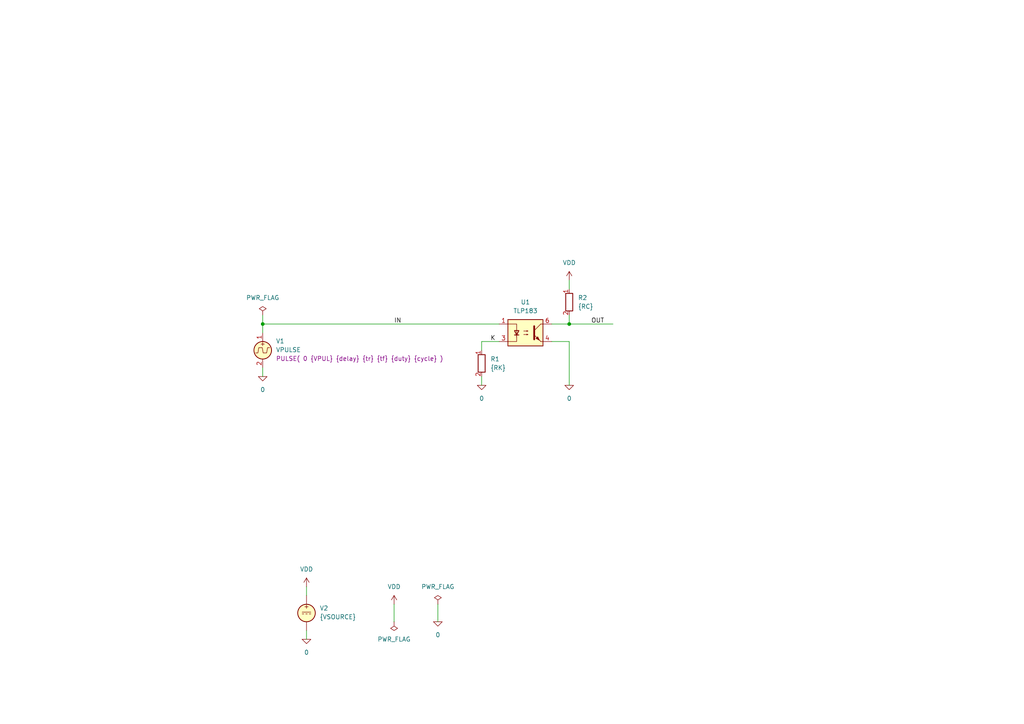
<source format=kicad_sch>
(kicad_sch
	(version 20250114)
	(generator "eeschema")
	(generator_version "9.0")
	(uuid "fceab6e9-b3bc-4093-8eeb-f90c3232250a")
	(paper "A4")
	(title_block
		(title "Optocoupler Transistor, 80V, 0.05A")
		(date "2025-07-04")
		(rev "1")
		(company "astroelectronic@")
		(comment 1 "-")
		(comment 2 "-")
		(comment 3 "-")
		(comment 4 "AE01009183")
	)
	(lib_symbols
		(symbol "TLP183:0"
			(power)
			(pin_names
				(offset 0)
			)
			(exclude_from_sim no)
			(in_bom yes)
			(on_board yes)
			(property "Reference" "#GND"
				(at 0 -2.54 0)
				(effects
					(font
						(size 1.27 1.27)
					)
					(hide yes)
				)
			)
			(property "Value" "0"
				(at 0 -1.778 0)
				(effects
					(font
						(size 1.27 1.27)
					)
				)
			)
			(property "Footprint" ""
				(at 0 0 0)
				(effects
					(font
						(size 1.27 1.27)
					)
					(hide yes)
				)
			)
			(property "Datasheet" "~"
				(at 0 0 0)
				(effects
					(font
						(size 1.27 1.27)
					)
					(hide yes)
				)
			)
			(property "Description" "0V reference potential for simulation"
				(at 0 0 0)
				(effects
					(font
						(size 1.27 1.27)
					)
					(hide yes)
				)
			)
			(property "ki_keywords" "simulation"
				(at 0 0 0)
				(effects
					(font
						(size 1.27 1.27)
					)
					(hide yes)
				)
			)
			(symbol "0_0_1"
				(polyline
					(pts
						(xy -1.27 0) (xy 0 -1.27) (xy 1.27 0) (xy -1.27 0)
					)
					(stroke
						(width 0)
						(type default)
					)
					(fill
						(type none)
					)
				)
			)
			(symbol "0_1_1"
				(pin power_in line
					(at 0 0 0)
					(length 0)
					(hide yes)
					(name "0"
						(effects
							(font
								(size 1.016 1.016)
							)
						)
					)
					(number "1"
						(effects
							(font
								(size 1.016 1.016)
							)
						)
					)
				)
			)
			(embedded_fonts no)
		)
		(symbol "TLP183:PWR_FLAG"
			(power)
			(pin_numbers
				(hide yes)
			)
			(pin_names
				(offset 0)
				(hide yes)
			)
			(exclude_from_sim no)
			(in_bom yes)
			(on_board yes)
			(property "Reference" "#FLG"
				(at 0 1.905 0)
				(effects
					(font
						(size 1.27 1.27)
					)
					(hide yes)
				)
			)
			(property "Value" "PWR_FLAG"
				(at 0 3.81 0)
				(effects
					(font
						(size 1.27 1.27)
					)
				)
			)
			(property "Footprint" ""
				(at 0 0 0)
				(effects
					(font
						(size 1.27 1.27)
					)
					(hide yes)
				)
			)
			(property "Datasheet" "~"
				(at 0 0 0)
				(effects
					(font
						(size 1.27 1.27)
					)
					(hide yes)
				)
			)
			(property "Description" "Special symbol for telling ERC where power comes from"
				(at 0 0 0)
				(effects
					(font
						(size 1.27 1.27)
					)
					(hide yes)
				)
			)
			(property "ki_keywords" "flag power"
				(at 0 0 0)
				(effects
					(font
						(size 1.27 1.27)
					)
					(hide yes)
				)
			)
			(symbol "PWR_FLAG_0_0"
				(pin power_out line
					(at 0 0 90)
					(length 0)
					(name "pwr"
						(effects
							(font
								(size 1.27 1.27)
							)
						)
					)
					(number "1"
						(effects
							(font
								(size 1.27 1.27)
							)
						)
					)
				)
			)
			(symbol "PWR_FLAG_0_1"
				(polyline
					(pts
						(xy 0 0) (xy 0 1.27) (xy -1.016 1.905) (xy 0 2.54) (xy 1.016 1.905) (xy 0 1.27)
					)
					(stroke
						(width 0)
						(type default)
					)
					(fill
						(type none)
					)
				)
			)
			(embedded_fonts no)
		)
		(symbol "TLP183:R"
			(pin_names
				(offset 0)
				(hide yes)
			)
			(exclude_from_sim no)
			(in_bom yes)
			(on_board yes)
			(property "Reference" "R"
				(at 2.032 0 90)
				(effects
					(font
						(size 1.27 1.27)
					)
				)
			)
			(property "Value" "R"
				(at 0 0 90)
				(effects
					(font
						(size 1.27 1.27)
					)
				)
			)
			(property "Footprint" ""
				(at -1.778 0 90)
				(effects
					(font
						(size 1.27 1.27)
					)
					(hide yes)
				)
			)
			(property "Datasheet" "~"
				(at 0 0 0)
				(effects
					(font
						(size 1.27 1.27)
					)
					(hide yes)
				)
			)
			(property "Description" "Resistor"
				(at 0 0 0)
				(effects
					(font
						(size 1.27 1.27)
					)
					(hide yes)
				)
			)
			(property "ki_keywords" "R res resistor"
				(at 0 0 0)
				(effects
					(font
						(size 1.27 1.27)
					)
					(hide yes)
				)
			)
			(property "ki_fp_filters" "R_*"
				(at 0 0 0)
				(effects
					(font
						(size 1.27 1.27)
					)
					(hide yes)
				)
			)
			(symbol "R_0_1"
				(rectangle
					(start -1.016 -2.54)
					(end 1.016 2.54)
					(stroke
						(width 0.254)
						(type default)
					)
					(fill
						(type none)
					)
				)
			)
			(symbol "R_1_1"
				(pin passive line
					(at 0 3.81 270)
					(length 1.27)
					(name "~"
						(effects
							(font
								(size 1.27 1.27)
							)
						)
					)
					(number "1"
						(effects
							(font
								(size 1.27 1.27)
							)
						)
					)
				)
				(pin passive line
					(at 0 -3.81 90)
					(length 1.27)
					(name "~"
						(effects
							(font
								(size 1.27 1.27)
							)
						)
					)
					(number "2"
						(effects
							(font
								(size 1.27 1.27)
							)
						)
					)
				)
			)
			(embedded_fonts no)
		)
		(symbol "TLP183:TLP183"
			(exclude_from_sim no)
			(in_bom yes)
			(on_board yes)
			(property "Reference" "U"
				(at -5.08 5.08 0)
				(effects
					(font
						(size 1.27 1.27)
					)
					(justify left)
				)
			)
			(property "Value" "TLP183"
				(at 0 5.08 0)
				(effects
					(font
						(size 1.27 1.27)
					)
					(justify left)
				)
			)
			(property "Footprint" ""
				(at -5.08 -5.08 0)
				(effects
					(font
						(size 1.27 1.27)
					)
					(justify left)
					(hide yes)
				)
			)
			(property "Datasheet" "~"
				(at 0 0 0)
				(effects
					(font
						(size 1.27 1.27)
					)
					(justify left)
					(hide yes)
				)
			)
			(property "Description" ""
				(at 0 0 0)
				(effects
					(font
						(size 1.27 1.27)
					)
					(hide yes)
				)
			)
			(property "ki_fp_filters" "SOIC*4.55x2.6mm*P1.27mm*"
				(at 0 0 0)
				(effects
					(font
						(size 1.27 1.27)
					)
					(hide yes)
				)
			)
			(symbol "TLP183_0_1"
				(rectangle
					(start -5.08 3.81)
					(end 5.08 -3.81)
					(stroke
						(width 0.254)
						(type default)
					)
					(fill
						(type background)
					)
				)
				(polyline
					(pts
						(xy -5.08 2.54) (xy -2.54 2.54) (xy -2.54 -1.27) (xy -2.54 0.635)
					)
					(stroke
						(width 0)
						(type default)
					)
					(fill
						(type none)
					)
				)
				(polyline
					(pts
						(xy -3.175 -0.635) (xy -1.905 -0.635)
					)
					(stroke
						(width 0.254)
						(type default)
					)
					(fill
						(type none)
					)
				)
				(polyline
					(pts
						(xy -2.54 -0.635) (xy -2.54 -2.54) (xy -5.08 -2.54)
					)
					(stroke
						(width 0)
						(type default)
					)
					(fill
						(type none)
					)
				)
				(polyline
					(pts
						(xy -2.54 -0.635) (xy -3.175 0.635) (xy -1.905 0.635) (xy -2.54 -0.635)
					)
					(stroke
						(width 0.254)
						(type default)
					)
					(fill
						(type none)
					)
				)
				(polyline
					(pts
						(xy -0.508 0.508) (xy 0.762 0.508) (xy 0.381 0.381) (xy 0.381 0.635) (xy 0.762 0.508)
					)
					(stroke
						(width 0)
						(type default)
					)
					(fill
						(type none)
					)
				)
				(polyline
					(pts
						(xy -0.508 -0.508) (xy 0.762 -0.508) (xy 0.381 -0.635) (xy 0.381 -0.381) (xy 0.762 -0.508)
					)
					(stroke
						(width 0)
						(type default)
					)
					(fill
						(type none)
					)
				)
				(polyline
					(pts
						(xy 2.54 1.905) (xy 2.54 -1.905) (xy 2.54 -1.905)
					)
					(stroke
						(width 0.508)
						(type default)
					)
					(fill
						(type none)
					)
				)
				(polyline
					(pts
						(xy 2.54 0.635) (xy 4.445 2.54)
					)
					(stroke
						(width 0)
						(type default)
					)
					(fill
						(type none)
					)
				)
				(polyline
					(pts
						(xy 3.048 -1.651) (xy 3.556 -1.143) (xy 4.064 -2.159) (xy 3.048 -1.651) (xy 3.048 -1.651)
					)
					(stroke
						(width 0)
						(type default)
					)
					(fill
						(type outline)
					)
				)
				(polyline
					(pts
						(xy 4.445 2.54) (xy 5.08 2.54)
					)
					(stroke
						(width 0)
						(type default)
					)
					(fill
						(type none)
					)
				)
				(polyline
					(pts
						(xy 4.445 -2.54) (xy 2.54 -0.635)
					)
					(stroke
						(width 0)
						(type default)
					)
					(fill
						(type outline)
					)
				)
				(polyline
					(pts
						(xy 4.445 -2.54) (xy 5.08 -2.54)
					)
					(stroke
						(width 0)
						(type default)
					)
					(fill
						(type none)
					)
				)
			)
			(symbol "TLP183_1_1"
				(pin passive line
					(at -7.62 2.54 0)
					(length 2.54)
					(name "~"
						(effects
							(font
								(size 1.27 1.27)
							)
						)
					)
					(number "1"
						(effects
							(font
								(size 1.27 1.27)
							)
						)
					)
				)
				(pin passive line
					(at -7.62 -2.54 0)
					(length 2.54)
					(name "~"
						(effects
							(font
								(size 1.27 1.27)
							)
						)
					)
					(number "3"
						(effects
							(font
								(size 1.27 1.27)
							)
						)
					)
				)
				(pin passive line
					(at 7.62 2.54 180)
					(length 2.54)
					(name "~"
						(effects
							(font
								(size 1.27 1.27)
							)
						)
					)
					(number "6"
						(effects
							(font
								(size 1.27 1.27)
							)
						)
					)
				)
				(pin passive line
					(at 7.62 -2.54 180)
					(length 2.54)
					(name "~"
						(effects
							(font
								(size 1.27 1.27)
							)
						)
					)
					(number "4"
						(effects
							(font
								(size 1.27 1.27)
							)
						)
					)
				)
			)
			(embedded_fonts no)
		)
		(symbol "TLP183:VDC"
			(pin_numbers
				(hide yes)
			)
			(pin_names
				(offset 0.0254)
			)
			(exclude_from_sim no)
			(in_bom yes)
			(on_board yes)
			(property "Reference" "V"
				(at 2.54 2.54 0)
				(effects
					(font
						(size 1.27 1.27)
					)
					(justify left)
				)
			)
			(property "Value" "1"
				(at 2.54 0 0)
				(effects
					(font
						(size 1.27 1.27)
					)
					(justify left)
				)
			)
			(property "Footprint" ""
				(at 0 0 0)
				(effects
					(font
						(size 1.27 1.27)
					)
					(hide yes)
				)
			)
			(property "Datasheet" "~"
				(at 0 0 0)
				(effects
					(font
						(size 1.27 1.27)
					)
					(hide yes)
				)
			)
			(property "Description" "Voltage source, DC"
				(at 0 0 0)
				(effects
					(font
						(size 1.27 1.27)
					)
					(hide yes)
				)
			)
			(property "Sim.Pins" "1=+ 2=-"
				(at 0 0 0)
				(effects
					(font
						(size 1.27 1.27)
					)
					(hide yes)
				)
			)
			(property "Sim.Type" "DC"
				(at 0 0 0)
				(effects
					(font
						(size 1.27 1.27)
					)
					(hide yes)
				)
			)
			(property "Sim.Device" "V"
				(at 0 0 0)
				(effects
					(font
						(size 1.27 1.27)
					)
					(justify left)
					(hide yes)
				)
			)
			(property "Spice_Netlist_Enabled" "Y"
				(at 0 0 0)
				(effects
					(font
						(size 1.27 1.27)
					)
					(justify left)
					(hide yes)
				)
			)
			(property "ki_keywords" "simulation"
				(at 0 0 0)
				(effects
					(font
						(size 1.27 1.27)
					)
					(hide yes)
				)
			)
			(symbol "VDC_0_0"
				(polyline
					(pts
						(xy -1.27 0.254) (xy 1.27 0.254)
					)
					(stroke
						(width 0)
						(type default)
					)
					(fill
						(type none)
					)
				)
				(polyline
					(pts
						(xy -0.762 -0.254) (xy -1.27 -0.254)
					)
					(stroke
						(width 0)
						(type default)
					)
					(fill
						(type none)
					)
				)
				(polyline
					(pts
						(xy 0.254 -0.254) (xy -0.254 -0.254)
					)
					(stroke
						(width 0)
						(type default)
					)
					(fill
						(type none)
					)
				)
				(polyline
					(pts
						(xy 1.27 -0.254) (xy 0.762 -0.254)
					)
					(stroke
						(width 0)
						(type default)
					)
					(fill
						(type none)
					)
				)
				(text "+"
					(at 0 1.905 0)
					(effects
						(font
							(size 1.27 1.27)
						)
					)
				)
			)
			(symbol "VDC_0_1"
				(circle
					(center 0 0)
					(radius 2.54)
					(stroke
						(width 0.254)
						(type default)
					)
					(fill
						(type background)
					)
				)
			)
			(symbol "VDC_1_1"
				(pin passive line
					(at 0 5.08 270)
					(length 2.54)
					(name "~"
						(effects
							(font
								(size 1.27 1.27)
							)
						)
					)
					(number "1"
						(effects
							(font
								(size 1.27 1.27)
							)
						)
					)
				)
				(pin passive line
					(at 0 -5.08 90)
					(length 2.54)
					(name "~"
						(effects
							(font
								(size 1.27 1.27)
							)
						)
					)
					(number "2"
						(effects
							(font
								(size 1.27 1.27)
							)
						)
					)
				)
			)
			(embedded_fonts no)
		)
		(symbol "TLP183:VDD"
			(power)
			(pin_names
				(offset 0)
			)
			(exclude_from_sim no)
			(in_bom yes)
			(on_board yes)
			(property "Reference" "#PWR"
				(at 0 -3.81 0)
				(effects
					(font
						(size 1.27 1.27)
					)
					(hide yes)
				)
			)
			(property "Value" "VDD"
				(at 0 3.81 0)
				(effects
					(font
						(size 1.27 1.27)
					)
				)
			)
			(property "Footprint" ""
				(at 0 0 0)
				(effects
					(font
						(size 1.27 1.27)
					)
					(hide yes)
				)
			)
			(property "Datasheet" ""
				(at 0 0 0)
				(effects
					(font
						(size 1.27 1.27)
					)
					(hide yes)
				)
			)
			(property "Description" "Power symbol creates a global label with name \"VDD\""
				(at 0 0 0)
				(effects
					(font
						(size 1.27 1.27)
					)
					(hide yes)
				)
			)
			(property "ki_keywords" "global power"
				(at 0 0 0)
				(effects
					(font
						(size 1.27 1.27)
					)
					(hide yes)
				)
			)
			(symbol "VDD_0_1"
				(polyline
					(pts
						(xy -0.762 1.27) (xy 0 2.54)
					)
					(stroke
						(width 0)
						(type default)
					)
					(fill
						(type none)
					)
				)
				(polyline
					(pts
						(xy 0 2.54) (xy 0.762 1.27)
					)
					(stroke
						(width 0)
						(type default)
					)
					(fill
						(type none)
					)
				)
				(polyline
					(pts
						(xy 0 0) (xy 0 2.54)
					)
					(stroke
						(width 0)
						(type default)
					)
					(fill
						(type none)
					)
				)
			)
			(symbol "VDD_1_1"
				(pin power_in line
					(at 0 0 90)
					(length 0)
					(hide yes)
					(name "VDD"
						(effects
							(font
								(size 1.27 1.27)
							)
						)
					)
					(number "1"
						(effects
							(font
								(size 1.27 1.27)
							)
						)
					)
				)
			)
			(embedded_fonts no)
		)
		(symbol "TLP183:VPULSE"
			(pin_names
				(offset 0.0254)
				(hide yes)
			)
			(exclude_from_sim no)
			(in_bom yes)
			(on_board yes)
			(property "Reference" "V"
				(at 2.54 2.54 0)
				(effects
					(font
						(size 1.27 1.27)
					)
					(justify left)
				)
			)
			(property "Value" "VPULSE"
				(at 2.54 0 0)
				(effects
					(font
						(size 1.27 1.27)
					)
					(justify left)
				)
			)
			(property "Footprint" ""
				(at 0 0 0)
				(effects
					(font
						(size 1.27 1.27)
					)
					(hide yes)
				)
			)
			(property "Datasheet" "~"
				(at 0 0 0)
				(effects
					(font
						(size 1.27 1.27)
					)
					(hide yes)
				)
			)
			(property "Description" "Voltage source, pulse"
				(at 0 0 0)
				(effects
					(font
						(size 1.27 1.27)
					)
					(hide yes)
				)
			)
			(property "Sim.Pins" "1=+ 2=-"
				(at 0 0 0)
				(effects
					(font
						(size 1.27 1.27)
					)
					(hide yes)
				)
			)
			(property "Sim.Type" "PULSE"
				(at 0 0 0)
				(effects
					(font
						(size 1.27 1.27)
					)
					(hide yes)
				)
			)
			(property "Sim.Device" "V"
				(at 0 0 0)
				(effects
					(font
						(size 1.27 1.27)
					)
					(justify left)
					(hide yes)
				)
			)
			(property "Sim.Params" "y1=0 y2=1 td=2n tr=2n tf=2n tw=50n per=100n"
				(at 2.54 -2.54 0)
				(effects
					(font
						(size 1.27 1.27)
					)
					(justify left)
				)
			)
			(property "Spice_Netlist_Enabled" "Y"
				(at 0 0 0)
				(effects
					(font
						(size 1.27 1.27)
					)
					(justify left)
					(hide yes)
				)
			)
			(property "ki_keywords" "simulation"
				(at 0 0 0)
				(effects
					(font
						(size 1.27 1.27)
					)
					(hide yes)
				)
			)
			(symbol "VPULSE_0_0"
				(polyline
					(pts
						(xy -2.032 -0.762) (xy -1.397 -0.762) (xy -1.143 0.762) (xy -0.127 0.762) (xy 0.127 -0.762) (xy 1.143 -0.762)
						(xy 1.397 0.762) (xy 2.032 0.762)
					)
					(stroke
						(width 0)
						(type default)
					)
					(fill
						(type none)
					)
				)
				(text "+"
					(at 0 1.905 0)
					(effects
						(font
							(size 1.27 1.27)
						)
					)
				)
			)
			(symbol "VPULSE_0_1"
				(circle
					(center 0 0)
					(radius 2.54)
					(stroke
						(width 0.254)
						(type default)
					)
					(fill
						(type background)
					)
				)
			)
			(symbol "VPULSE_1_1"
				(pin passive line
					(at 0 5.08 270)
					(length 2.54)
					(name "~"
						(effects
							(font
								(size 1.27 1.27)
							)
						)
					)
					(number "1"
						(effects
							(font
								(size 1.27 1.27)
							)
						)
					)
				)
				(pin passive line
					(at 0 -5.08 90)
					(length 2.54)
					(name "~"
						(effects
							(font
								(size 1.27 1.27)
							)
						)
					)
					(number "2"
						(effects
							(font
								(size 1.27 1.27)
							)
						)
					)
				)
			)
			(embedded_fonts no)
		)
	)
	(junction
		(at 76.2 93.98)
		(diameter 0)
		(color 0 0 0 0)
		(uuid "904af62b-92c5-49e7-b326-4699512f6394")
	)
	(junction
		(at 165.1 93.98)
		(diameter 0)
		(color 0 0 0 0)
		(uuid "fc82676b-7724-4469-b8f8-2ce73c036964")
	)
	(wire
		(pts
			(xy 165.1 93.98) (xy 177.8 93.98)
		)
		(stroke
			(width 0)
			(type default)
		)
		(uuid "246d358b-61c7-4289-90a9-bf1ff9f35c88")
	)
	(wire
		(pts
			(xy 88.9 170.18) (xy 88.9 172.72)
		)
		(stroke
			(width 0)
			(type default)
		)
		(uuid "2f395bc2-cb7c-40b1-b120-fa75823fb3bb")
	)
	(wire
		(pts
			(xy 165.1 81.28) (xy 165.1 83.82)
		)
		(stroke
			(width 0)
			(type default)
		)
		(uuid "3711f47f-9265-4683-ac8f-e66bfd56471e")
	)
	(wire
		(pts
			(xy 144.78 99.06) (xy 139.7 99.06)
		)
		(stroke
			(width 0)
			(type default)
		)
		(uuid "6a70ee9d-b4dc-480e-b966-75aedadb9eae")
	)
	(wire
		(pts
			(xy 114.3 175.26) (xy 114.3 180.34)
		)
		(stroke
			(width 0)
			(type default)
		)
		(uuid "7254842a-170a-4322-9b0e-5e329fcd89fa")
	)
	(wire
		(pts
			(xy 127 175.26) (xy 127 180.34)
		)
		(stroke
			(width 0)
			(type default)
		)
		(uuid "8d75fec2-9d87-4ce5-aaed-0a617a4dc55d")
	)
	(wire
		(pts
			(xy 76.2 106.68) (xy 76.2 109.22)
		)
		(stroke
			(width 0)
			(type default)
		)
		(uuid "962862f1-fbd4-4f15-b657-a8146417e63c")
	)
	(wire
		(pts
			(xy 76.2 93.98) (xy 144.78 93.98)
		)
		(stroke
			(width 0)
			(type default)
		)
		(uuid "96993453-72a4-4016-9ea8-3bea50d1d4c6")
	)
	(wire
		(pts
			(xy 76.2 91.44) (xy 76.2 93.98)
		)
		(stroke
			(width 0)
			(type default)
		)
		(uuid "ab572e6d-93f2-40a8-bb58-9d1ccebfbbdd")
	)
	(wire
		(pts
			(xy 165.1 99.06) (xy 165.1 111.76)
		)
		(stroke
			(width 0)
			(type default)
		)
		(uuid "ae7c2a2f-570e-4223-993d-da9da32a8414")
	)
	(wire
		(pts
			(xy 165.1 91.44) (xy 165.1 93.98)
		)
		(stroke
			(width 0)
			(type default)
		)
		(uuid "badaaee5-0e13-45f0-a730-5824ac97582b")
	)
	(wire
		(pts
			(xy 139.7 109.22) (xy 139.7 111.76)
		)
		(stroke
			(width 0)
			(type default)
		)
		(uuid "bb2a5b16-0ea4-4640-af3a-de0229f03d77")
	)
	(wire
		(pts
			(xy 160.02 93.98) (xy 165.1 93.98)
		)
		(stroke
			(width 0)
			(type default)
		)
		(uuid "bc2a3959-870d-4bba-8c76-323e2c5c9dc6")
	)
	(wire
		(pts
			(xy 88.9 182.88) (xy 88.9 185.42)
		)
		(stroke
			(width 0)
			(type default)
		)
		(uuid "ebe4df80-ac8f-4eae-97c8-780ec4cf2312")
	)
	(wire
		(pts
			(xy 76.2 93.98) (xy 76.2 96.52)
		)
		(stroke
			(width 0)
			(type default)
		)
		(uuid "f4c4eda1-0706-4e9e-b77d-c3fc5f323a3e")
	)
	(wire
		(pts
			(xy 160.02 99.06) (xy 165.1 99.06)
		)
		(stroke
			(width 0)
			(type default)
		)
		(uuid "f91dd9ed-d958-4fcc-8c4b-844f40a00d0a")
	)
	(wire
		(pts
			(xy 139.7 99.06) (xy 139.7 101.6)
		)
		(stroke
			(width 0)
			(type default)
		)
		(uuid "fff6ba44-5793-45f9-af48-c0383fbb695a")
	)
	(label "K"
		(at 142.24 99.06 0)
		(effects
			(font
				(size 1.27 1.27)
			)
			(justify left bottom)
		)
		(uuid "988aa009-8589-49fd-9164-c717fcd2f150")
	)
	(label "OUT"
		(at 171.45 93.98 0)
		(effects
			(font
				(size 1.27 1.27)
			)
			(justify left bottom)
		)
		(uuid "bea7b3ff-1102-4d0f-bd5b-c8074c840b9f")
	)
	(label "IN"
		(at 114.3 93.98 0)
		(effects
			(font
				(size 1.27 1.27)
			)
			(justify left bottom)
		)
		(uuid "f81dd6f7-bb6e-4b4a-b73f-37ed9e823940")
	)
	(symbol
		(lib_id "TLP183:R")
		(at 165.1 87.63 0)
		(unit 1)
		(exclude_from_sim no)
		(in_bom yes)
		(on_board yes)
		(dnp no)
		(fields_autoplaced yes)
		(uuid "0606400d-67f8-4706-a9b3-3828a33b3440")
		(property "Reference" "R2"
			(at 167.64 86.3599 0)
			(effects
				(font
					(size 1.27 1.27)
				)
				(justify left)
			)
		)
		(property "Value" "{RC}"
			(at 167.64 88.8999 0)
			(effects
				(font
					(size 1.27 1.27)
				)
				(justify left)
			)
		)
		(property "Footprint" ""
			(at 163.322 87.63 90)
			(effects
				(font
					(size 1.27 1.27)
				)
				(hide yes)
			)
		)
		(property "Datasheet" "~"
			(at 165.1 87.63 0)
			(effects
				(font
					(size 1.27 1.27)
				)
				(hide yes)
			)
		)
		(property "Description" "Resistor"
			(at 165.1 87.63 0)
			(effects
				(font
					(size 1.27 1.27)
				)
				(hide yes)
			)
		)
		(pin "2"
			(uuid "d776f0e7-b2a5-4bf3-b81e-7c362ff11939")
		)
		(pin "1"
			(uuid "2b33c4f4-9af2-4c13-a85c-d021abce6d3b")
		)
		(instances
			(project "TLP183"
				(path "/fceab6e9-b3bc-4093-8eeb-f90c3232250a"
					(reference "R2")
					(unit 1)
				)
			)
		)
	)
	(symbol
		(lib_id "TLP183:PWR_FLAG")
		(at 127 175.26 0)
		(unit 1)
		(exclude_from_sim no)
		(in_bom yes)
		(on_board yes)
		(dnp no)
		(fields_autoplaced yes)
		(uuid "083cd355-0705-466a-9708-2e1fb7f37dd7")
		(property "Reference" "#FLG02"
			(at 127 173.355 0)
			(effects
				(font
					(size 1.27 1.27)
				)
				(hide yes)
			)
		)
		(property "Value" "PWR_FLAG"
			(at 127 170.18 0)
			(effects
				(font
					(size 1.27 1.27)
				)
			)
		)
		(property "Footprint" ""
			(at 127 175.26 0)
			(effects
				(font
					(size 1.27 1.27)
				)
				(hide yes)
			)
		)
		(property "Datasheet" "~"
			(at 127 175.26 0)
			(effects
				(font
					(size 1.27 1.27)
				)
				(hide yes)
			)
		)
		(property "Description" "Special symbol for telling ERC where power comes from"
			(at 127 175.26 0)
			(effects
				(font
					(size 1.27 1.27)
				)
				(hide yes)
			)
		)
		(pin "1"
			(uuid "4e8ad974-d7fb-4d4f-9bf9-c7e57ce2e35e")
		)
		(instances
			(project "TLP183"
				(path "/fceab6e9-b3bc-4093-8eeb-f90c3232250a"
					(reference "#FLG02")
					(unit 1)
				)
			)
		)
	)
	(symbol
		(lib_id "TLP183:VDD")
		(at 88.9 170.18 0)
		(unit 1)
		(exclude_from_sim no)
		(in_bom yes)
		(on_board yes)
		(dnp no)
		(fields_autoplaced yes)
		(uuid "62a60ed7-0676-4f90-9505-276c41e99779")
		(property "Reference" "#PWR02"
			(at 88.9 173.99 0)
			(effects
				(font
					(size 1.27 1.27)
				)
				(hide yes)
			)
		)
		(property "Value" "VDD"
			(at 88.9 165.1 0)
			(effects
				(font
					(size 1.27 1.27)
				)
			)
		)
		(property "Footprint" ""
			(at 88.9 170.18 0)
			(effects
				(font
					(size 1.27 1.27)
				)
				(hide yes)
			)
		)
		(property "Datasheet" ""
			(at 88.9 170.18 0)
			(effects
				(font
					(size 1.27 1.27)
				)
				(hide yes)
			)
		)
		(property "Description" "Power symbol creates a global label with name \"VDD\""
			(at 88.9 170.18 0)
			(effects
				(font
					(size 1.27 1.27)
				)
				(hide yes)
			)
		)
		(pin "1"
			(uuid "eda5ffca-2b61-408e-b4cb-9ed5563f7655")
		)
		(instances
			(project ""
				(path "/fceab6e9-b3bc-4093-8eeb-f90c3232250a"
					(reference "#PWR02")
					(unit 1)
				)
			)
		)
	)
	(symbol
		(lib_id "TLP183:VDD")
		(at 165.1 81.28 0)
		(unit 1)
		(exclude_from_sim no)
		(in_bom yes)
		(on_board yes)
		(dnp no)
		(fields_autoplaced yes)
		(uuid "6c1d49d9-bb31-41ca-b768-287004d2f065")
		(property "Reference" "#PWR01"
			(at 165.1 85.09 0)
			(effects
				(font
					(size 1.27 1.27)
				)
				(hide yes)
			)
		)
		(property "Value" "VDD"
			(at 165.1 76.2 0)
			(effects
				(font
					(size 1.27 1.27)
				)
			)
		)
		(property "Footprint" ""
			(at 165.1 81.28 0)
			(effects
				(font
					(size 1.27 1.27)
				)
				(hide yes)
			)
		)
		(property "Datasheet" ""
			(at 165.1 81.28 0)
			(effects
				(font
					(size 1.27 1.27)
				)
				(hide yes)
			)
		)
		(property "Description" "Power symbol creates a global label with name \"VDD\""
			(at 165.1 81.28 0)
			(effects
				(font
					(size 1.27 1.27)
				)
				(hide yes)
			)
		)
		(pin "1"
			(uuid "93bb6bf4-5b06-489f-936d-3e037857d667")
		)
		(instances
			(project ""
				(path "/fceab6e9-b3bc-4093-8eeb-f90c3232250a"
					(reference "#PWR01")
					(unit 1)
				)
			)
		)
	)
	(symbol
		(lib_id "TLP183:0")
		(at 127 180.34 0)
		(unit 1)
		(exclude_from_sim no)
		(in_bom yes)
		(on_board yes)
		(dnp no)
		(fields_autoplaced yes)
		(uuid "7154320e-0254-43c1-ada9-a04045e148ea")
		(property "Reference" "#GND05"
			(at 127 182.88 0)
			(effects
				(font
					(size 1.27 1.27)
				)
				(hide yes)
			)
		)
		(property "Value" "0"
			(at 127 184.15 0)
			(effects
				(font
					(size 1.27 1.27)
				)
			)
		)
		(property "Footprint" ""
			(at 127 180.34 0)
			(effects
				(font
					(size 1.27 1.27)
				)
				(hide yes)
			)
		)
		(property "Datasheet" "~"
			(at 127 180.34 0)
			(effects
				(font
					(size 1.27 1.27)
				)
				(hide yes)
			)
		)
		(property "Description" "0V reference potential for simulation"
			(at 127 180.34 0)
			(effects
				(font
					(size 1.27 1.27)
				)
				(hide yes)
			)
		)
		(pin "1"
			(uuid "9d076c22-6245-43be-bd11-6d4c02d08777")
		)
		(instances
			(project "TLP183"
				(path "/fceab6e9-b3bc-4093-8eeb-f90c3232250a"
					(reference "#GND05")
					(unit 1)
				)
			)
		)
	)
	(symbol
		(lib_id "TLP183:0")
		(at 88.9 185.42 0)
		(unit 1)
		(exclude_from_sim no)
		(in_bom yes)
		(on_board yes)
		(dnp no)
		(fields_autoplaced yes)
		(uuid "8a7ab145-1b03-4744-a0c1-eaf5c62c58b1")
		(property "Reference" "#GND04"
			(at 88.9 187.96 0)
			(effects
				(font
					(size 1.27 1.27)
				)
				(hide yes)
			)
		)
		(property "Value" "0"
			(at 88.9 189.23 0)
			(effects
				(font
					(size 1.27 1.27)
				)
			)
		)
		(property "Footprint" ""
			(at 88.9 185.42 0)
			(effects
				(font
					(size 1.27 1.27)
				)
				(hide yes)
			)
		)
		(property "Datasheet" "~"
			(at 88.9 185.42 0)
			(effects
				(font
					(size 1.27 1.27)
				)
				(hide yes)
			)
		)
		(property "Description" "0V reference potential for simulation"
			(at 88.9 185.42 0)
			(effects
				(font
					(size 1.27 1.27)
				)
				(hide yes)
			)
		)
		(pin "1"
			(uuid "8cf3d99a-3d6b-4867-b231-25b1ff4a05ee")
		)
		(instances
			(project ""
				(path "/fceab6e9-b3bc-4093-8eeb-f90c3232250a"
					(reference "#GND04")
					(unit 1)
				)
			)
		)
	)
	(symbol
		(lib_id "TLP183:0")
		(at 139.7 111.76 0)
		(unit 1)
		(exclude_from_sim no)
		(in_bom yes)
		(on_board yes)
		(dnp no)
		(fields_autoplaced yes)
		(uuid "9623ea41-2ac5-44c3-b1f5-ca5522ef3b53")
		(property "Reference" "#GND02"
			(at 139.7 114.3 0)
			(effects
				(font
					(size 1.27 1.27)
				)
				(hide yes)
			)
		)
		(property "Value" "0"
			(at 139.7 115.57 0)
			(effects
				(font
					(size 1.27 1.27)
				)
			)
		)
		(property "Footprint" ""
			(at 139.7 111.76 0)
			(effects
				(font
					(size 1.27 1.27)
				)
				(hide yes)
			)
		)
		(property "Datasheet" "~"
			(at 139.7 111.76 0)
			(effects
				(font
					(size 1.27 1.27)
				)
				(hide yes)
			)
		)
		(property "Description" "0V reference potential for simulation"
			(at 139.7 111.76 0)
			(effects
				(font
					(size 1.27 1.27)
				)
				(hide yes)
			)
		)
		(pin "1"
			(uuid "8bf4e401-4aff-4d3f-999a-a2c3234153eb")
		)
		(instances
			(project "TLP183"
				(path "/fceab6e9-b3bc-4093-8eeb-f90c3232250a"
					(reference "#GND02")
					(unit 1)
				)
			)
		)
	)
	(symbol
		(lib_id "TLP183:R")
		(at 139.7 105.41 0)
		(unit 1)
		(exclude_from_sim no)
		(in_bom yes)
		(on_board yes)
		(dnp no)
		(fields_autoplaced yes)
		(uuid "97a1c947-000d-46d0-b9a6-7d679e1cdcd7")
		(property "Reference" "R1"
			(at 142.24 104.1399 0)
			(effects
				(font
					(size 1.27 1.27)
				)
				(justify left)
			)
		)
		(property "Value" "{RK}"
			(at 142.24 106.6799 0)
			(effects
				(font
					(size 1.27 1.27)
				)
				(justify left)
			)
		)
		(property "Footprint" ""
			(at 137.922 105.41 90)
			(effects
				(font
					(size 1.27 1.27)
				)
				(hide yes)
			)
		)
		(property "Datasheet" "~"
			(at 139.7 105.41 0)
			(effects
				(font
					(size 1.27 1.27)
				)
				(hide yes)
			)
		)
		(property "Description" "Resistor"
			(at 139.7 105.41 0)
			(effects
				(font
					(size 1.27 1.27)
				)
				(hide yes)
			)
		)
		(pin "2"
			(uuid "d7709648-a7a1-4426-8378-298c75330066")
		)
		(pin "1"
			(uuid "dc8c0090-8cb8-444d-a111-a9fff2c46bd0")
		)
		(instances
			(project ""
				(path "/fceab6e9-b3bc-4093-8eeb-f90c3232250a"
					(reference "R1")
					(unit 1)
				)
			)
		)
	)
	(symbol
		(lib_id "TLP183:PWR_FLAG")
		(at 114.3 180.34 180)
		(unit 1)
		(exclude_from_sim no)
		(in_bom yes)
		(on_board yes)
		(dnp no)
		(fields_autoplaced yes)
		(uuid "b601d645-9cad-4a32-a122-df0622433b57")
		(property "Reference" "#FLG03"
			(at 114.3 182.245 0)
			(effects
				(font
					(size 1.27 1.27)
				)
				(hide yes)
			)
		)
		(property "Value" "PWR_FLAG"
			(at 114.3 185.42 0)
			(effects
				(font
					(size 1.27 1.27)
				)
			)
		)
		(property "Footprint" ""
			(at 114.3 180.34 0)
			(effects
				(font
					(size 1.27 1.27)
				)
				(hide yes)
			)
		)
		(property "Datasheet" "~"
			(at 114.3 180.34 0)
			(effects
				(font
					(size 1.27 1.27)
				)
				(hide yes)
			)
		)
		(property "Description" "Special symbol for telling ERC where power comes from"
			(at 114.3 180.34 0)
			(effects
				(font
					(size 1.27 1.27)
				)
				(hide yes)
			)
		)
		(pin "1"
			(uuid "a71b6397-23fb-4bf8-8465-84603526fd62")
		)
		(instances
			(project ""
				(path "/fceab6e9-b3bc-4093-8eeb-f90c3232250a"
					(reference "#FLG03")
					(unit 1)
				)
			)
		)
	)
	(symbol
		(lib_id "TLP183:VPULSE")
		(at 76.2 101.6 0)
		(unit 1)
		(exclude_from_sim no)
		(in_bom yes)
		(on_board yes)
		(dnp no)
		(fields_autoplaced yes)
		(uuid "c7b97c45-370b-4446-831b-38967109645e")
		(property "Reference" "V1"
			(at 80.01 98.9301 0)
			(effects
				(font
					(size 1.27 1.27)
				)
				(justify left)
			)
		)
		(property "Value" "VPULSE"
			(at 80.01 101.4701 0)
			(effects
				(font
					(size 1.27 1.27)
				)
				(justify left)
			)
		)
		(property "Footprint" ""
			(at 76.2 101.6 0)
			(effects
				(font
					(size 1.27 1.27)
				)
				(hide yes)
			)
		)
		(property "Datasheet" "~"
			(at 76.2 101.6 0)
			(effects
				(font
					(size 1.27 1.27)
				)
				(hide yes)
			)
		)
		(property "Description" "Voltage source, pulse"
			(at 76.2 101.6 0)
			(effects
				(font
					(size 1.27 1.27)
				)
				(hide yes)
			)
		)
		(property "Sim.Pins" "1=+ 2=-"
			(at 76.2 101.6 0)
			(effects
				(font
					(size 1.27 1.27)
				)
				(hide yes)
			)
		)
		(property "Sim.Type" "PULSE"
			(at 76.2 101.6 0)
			(effects
				(font
					(size 1.27 1.27)
				)
				(hide yes)
			)
		)
		(property "Sim.Device" "V"
			(at 76.2 101.6 0)
			(effects
				(font
					(size 1.27 1.27)
				)
				(justify left)
				(hide yes)
			)
		)
		(property "Sim.Params" "PULSE( 0 {VPUL} {delay} {tr} {tf} {duty} {cycle} )"
			(at 80.01 104.0101 0)
			(effects
				(font
					(size 1.27 1.27)
				)
				(justify left)
			)
		)
		(property "Spice_Netlist_Enabled" "Y"
			(at 76.2 101.6 0)
			(effects
				(font
					(size 1.27 1.27)
				)
				(justify left)
				(hide yes)
			)
		)
		(pin "1"
			(uuid "45cf4a0d-50cc-49ed-9adf-81d619c6f73d")
		)
		(pin "2"
			(uuid "c0c259be-6be4-481b-8f9a-82be1fc78fd2")
		)
		(instances
			(project ""
				(path "/fceab6e9-b3bc-4093-8eeb-f90c3232250a"
					(reference "V1")
					(unit 1)
				)
			)
		)
	)
	(symbol
		(lib_id "TLP183:0")
		(at 76.2 109.22 0)
		(unit 1)
		(exclude_from_sim no)
		(in_bom yes)
		(on_board yes)
		(dnp no)
		(fields_autoplaced yes)
		(uuid "d0d01790-88e1-48fb-8162-5916f0ad2d12")
		(property "Reference" "#GND01"
			(at 76.2 111.76 0)
			(effects
				(font
					(size 1.27 1.27)
				)
				(hide yes)
			)
		)
		(property "Value" "0"
			(at 76.2 113.03 0)
			(effects
				(font
					(size 1.27 1.27)
				)
			)
		)
		(property "Footprint" ""
			(at 76.2 109.22 0)
			(effects
				(font
					(size 1.27 1.27)
				)
				(hide yes)
			)
		)
		(property "Datasheet" "~"
			(at 76.2 109.22 0)
			(effects
				(font
					(size 1.27 1.27)
				)
				(hide yes)
			)
		)
		(property "Description" "0V reference potential for simulation"
			(at 76.2 109.22 0)
			(effects
				(font
					(size 1.27 1.27)
				)
				(hide yes)
			)
		)
		(pin "1"
			(uuid "11e87983-b6d9-4ff1-b1af-f915db15771f")
		)
		(instances
			(project ""
				(path "/fceab6e9-b3bc-4093-8eeb-f90c3232250a"
					(reference "#GND01")
					(unit 1)
				)
			)
		)
	)
	(symbol
		(lib_id "TLP183:0")
		(at 165.1 111.76 0)
		(unit 1)
		(exclude_from_sim no)
		(in_bom yes)
		(on_board yes)
		(dnp no)
		(fields_autoplaced yes)
		(uuid "d4a256aa-5ae2-49bc-91a2-cd39508205ea")
		(property "Reference" "#GND03"
			(at 165.1 114.3 0)
			(effects
				(font
					(size 1.27 1.27)
				)
				(hide yes)
			)
		)
		(property "Value" "0"
			(at 165.1 115.57 0)
			(effects
				(font
					(size 1.27 1.27)
				)
			)
		)
		(property "Footprint" ""
			(at 165.1 111.76 0)
			(effects
				(font
					(size 1.27 1.27)
				)
				(hide yes)
			)
		)
		(property "Datasheet" "~"
			(at 165.1 111.76 0)
			(effects
				(font
					(size 1.27 1.27)
				)
				(hide yes)
			)
		)
		(property "Description" "0V reference potential for simulation"
			(at 165.1 111.76 0)
			(effects
				(font
					(size 1.27 1.27)
				)
				(hide yes)
			)
		)
		(pin "1"
			(uuid "275076be-bca3-4097-95cd-866de497e017")
		)
		(instances
			(project "TLP183"
				(path "/fceab6e9-b3bc-4093-8eeb-f90c3232250a"
					(reference "#GND03")
					(unit 1)
				)
			)
		)
	)
	(symbol
		(lib_id "TLP183:VDD")
		(at 114.3 175.26 0)
		(unit 1)
		(exclude_from_sim no)
		(in_bom yes)
		(on_board yes)
		(dnp no)
		(fields_autoplaced yes)
		(uuid "d61b906b-47a0-4ae8-ba94-401065d095c7")
		(property "Reference" "#PWR03"
			(at 114.3 179.07 0)
			(effects
				(font
					(size 1.27 1.27)
				)
				(hide yes)
			)
		)
		(property "Value" "VDD"
			(at 114.3 170.18 0)
			(effects
				(font
					(size 1.27 1.27)
				)
			)
		)
		(property "Footprint" ""
			(at 114.3 175.26 0)
			(effects
				(font
					(size 1.27 1.27)
				)
				(hide yes)
			)
		)
		(property "Datasheet" ""
			(at 114.3 175.26 0)
			(effects
				(font
					(size 1.27 1.27)
				)
				(hide yes)
			)
		)
		(property "Description" "Power symbol creates a global label with name \"VDD\""
			(at 114.3 175.26 0)
			(effects
				(font
					(size 1.27 1.27)
				)
				(hide yes)
			)
		)
		(pin "1"
			(uuid "445cc053-fac4-4391-a656-0ab804ab984e")
		)
		(instances
			(project "TLP183"
				(path "/fceab6e9-b3bc-4093-8eeb-f90c3232250a"
					(reference "#PWR03")
					(unit 1)
				)
			)
		)
	)
	(symbol
		(lib_id "TLP183:TLP183")
		(at 152.4 96.52 0)
		(unit 1)
		(exclude_from_sim no)
		(in_bom yes)
		(on_board yes)
		(dnp no)
		(fields_autoplaced yes)
		(uuid "d8684c8a-e571-4fe2-949d-1b58743b7dce")
		(property "Reference" "U1"
			(at 152.4 87.63 0)
			(effects
				(font
					(size 1.27 1.27)
				)
			)
		)
		(property "Value" "TLP183"
			(at 152.4 90.17 0)
			(effects
				(font
					(size 1.27 1.27)
				)
			)
		)
		(property "Footprint" ""
			(at 147.32 101.6 0)
			(effects
				(font
					(size 1.27 1.27)
				)
				(justify left)
				(hide yes)
			)
		)
		(property "Datasheet" "~"
			(at 152.4 96.52 0)
			(effects
				(font
					(size 1.27 1.27)
				)
				(justify left)
				(hide yes)
			)
		)
		(property "Description" ""
			(at 152.4 96.52 0)
			(effects
				(font
					(size 1.27 1.27)
				)
				(hide yes)
			)
		)
		(property "Sim.Library" "TLP183.mod"
			(at 152.4 96.52 0)
			(effects
				(font
					(size 1.27 1.27)
				)
				(hide yes)
			)
		)
		(pin "4"
			(uuid "b72854d3-bf40-4106-b907-8ace57007fe4")
		)
		(pin "3"
			(uuid "5c12d681-7ab6-4bb0-9450-b2bf629eff7f")
		)
		(pin "1"
			(uuid "e67795be-6326-45af-9266-8905b7525598")
		)
		(pin "6"
			(uuid "63f2b510-e610-4d30-9f4f-83b97a5f356b")
		)
		(instances
			(project ""
				(path "/fceab6e9-b3bc-4093-8eeb-f90c3232250a"
					(reference "U1")
					(unit 1)
				)
			)
		)
	)
	(symbol
		(lib_id "TLP183:PWR_FLAG")
		(at 76.2 91.44 0)
		(unit 1)
		(exclude_from_sim no)
		(in_bom yes)
		(on_board yes)
		(dnp no)
		(fields_autoplaced yes)
		(uuid "daa72bef-4bd7-46cd-b23f-451b8583c032")
		(property "Reference" "#FLG01"
			(at 76.2 89.535 0)
			(effects
				(font
					(size 1.27 1.27)
				)
				(hide yes)
			)
		)
		(property "Value" "PWR_FLAG"
			(at 76.2 86.36 0)
			(effects
				(font
					(size 1.27 1.27)
				)
			)
		)
		(property "Footprint" ""
			(at 76.2 91.44 0)
			(effects
				(font
					(size 1.27 1.27)
				)
				(hide yes)
			)
		)
		(property "Datasheet" "~"
			(at 76.2 91.44 0)
			(effects
				(font
					(size 1.27 1.27)
				)
				(hide yes)
			)
		)
		(property "Description" "Special symbol for telling ERC where power comes from"
			(at 76.2 91.44 0)
			(effects
				(font
					(size 1.27 1.27)
				)
				(hide yes)
			)
		)
		(pin "1"
			(uuid "4ef8485f-c671-4468-ad86-21b242aff6a6")
		)
		(instances
			(project ""
				(path "/fceab6e9-b3bc-4093-8eeb-f90c3232250a"
					(reference "#FLG01")
					(unit 1)
				)
			)
		)
	)
	(symbol
		(lib_id "TLP183:VDC")
		(at 88.9 177.8 0)
		(unit 1)
		(exclude_from_sim no)
		(in_bom yes)
		(on_board yes)
		(dnp no)
		(fields_autoplaced yes)
		(uuid "e1200952-1234-403c-b6a1-05b9e82b9b79")
		(property "Reference" "V2"
			(at 92.71 176.4001 0)
			(effects
				(font
					(size 1.27 1.27)
				)
				(justify left)
			)
		)
		(property "Value" "{VSOURCE}"
			(at 92.71 178.9401 0)
			(effects
				(font
					(size 1.27 1.27)
				)
				(justify left)
			)
		)
		(property "Footprint" ""
			(at 88.9 177.8 0)
			(effects
				(font
					(size 1.27 1.27)
				)
				(hide yes)
			)
		)
		(property "Datasheet" "~"
			(at 88.9 177.8 0)
			(effects
				(font
					(size 1.27 1.27)
				)
				(hide yes)
			)
		)
		(property "Description" "Voltage source, DC"
			(at 88.9 177.8 0)
			(effects
				(font
					(size 1.27 1.27)
				)
				(hide yes)
			)
		)
		(property "Sim.Pins" "1=+ 2=-"
			(at 88.9 177.8 0)
			(effects
				(font
					(size 1.27 1.27)
				)
				(hide yes)
			)
		)
		(property "Sim.Type" "DC"
			(at 88.9 177.8 0)
			(effects
				(font
					(size 1.27 1.27)
				)
				(hide yes)
			)
		)
		(property "Sim.Device" "V"
			(at 88.9 177.8 0)
			(effects
				(font
					(size 1.27 1.27)
				)
				(justify left)
				(hide yes)
			)
		)
		(property "Spice_Netlist_Enabled" "Y"
			(at 88.9 177.8 0)
			(effects
				(font
					(size 1.27 1.27)
				)
				(justify left)
				(hide yes)
			)
		)
		(pin "1"
			(uuid "8504fda6-b88c-48ec-8b0c-a1872e857394")
		)
		(pin "2"
			(uuid "c985fddc-b4c4-4fa5-9a69-544a80086406")
		)
		(instances
			(project ""
				(path "/fceab6e9-b3bc-4093-8eeb-f90c3232250a"
					(reference "V2")
					(unit 1)
				)
			)
		)
	)
	(sheet_instances
		(path "/"
			(page "1")
		)
	)
	(embedded_fonts no)
)

</source>
